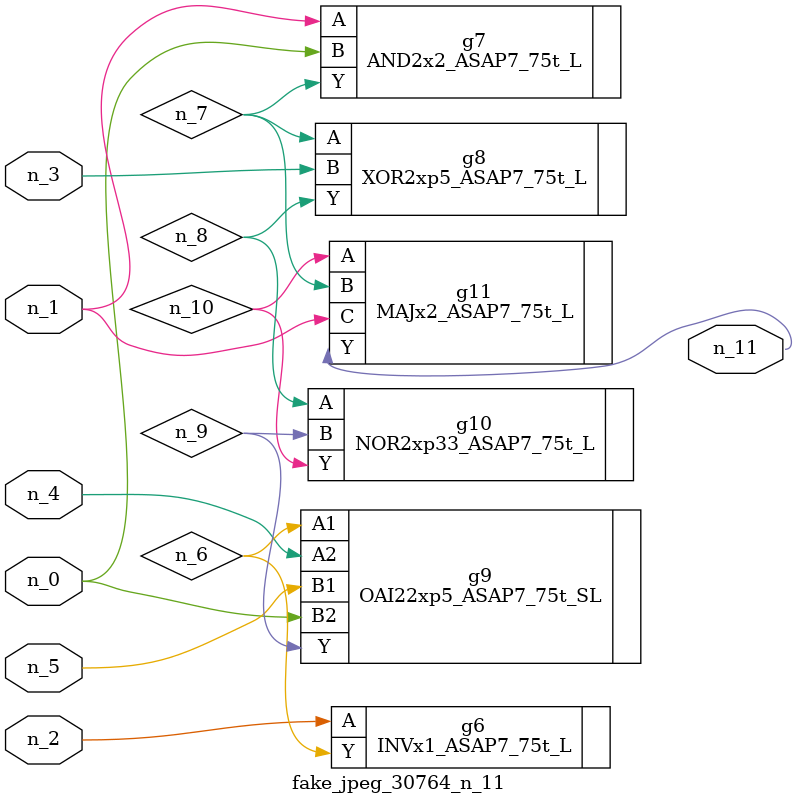
<source format=v>
module fake_jpeg_30764_n_11 (n_3, n_2, n_1, n_0, n_4, n_5, n_11);

input n_3;
input n_2;
input n_1;
input n_0;
input n_4;
input n_5;

output n_11;

wire n_10;
wire n_8;
wire n_9;
wire n_6;
wire n_7;

INVx1_ASAP7_75t_L g6 ( 
.A(n_2),
.Y(n_6)
);

AND2x2_ASAP7_75t_L g7 ( 
.A(n_1),
.B(n_0),
.Y(n_7)
);

XOR2xp5_ASAP7_75t_L g8 ( 
.A(n_7),
.B(n_3),
.Y(n_8)
);

NOR2xp33_ASAP7_75t_L g10 ( 
.A(n_8),
.B(n_9),
.Y(n_10)
);

OAI22xp5_ASAP7_75t_SL g9 ( 
.A1(n_6),
.A2(n_4),
.B1(n_5),
.B2(n_0),
.Y(n_9)
);

MAJx2_ASAP7_75t_L g11 ( 
.A(n_10),
.B(n_7),
.C(n_1),
.Y(n_11)
);


endmodule
</source>
